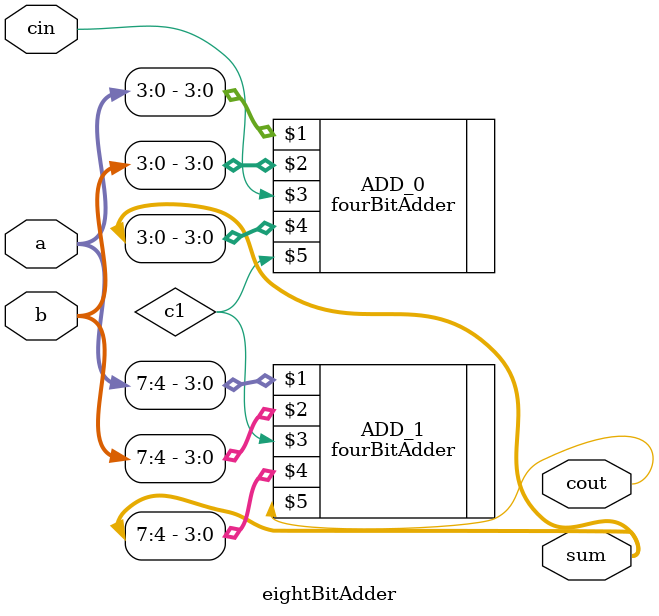
<source format=v>
`include "fourBitAdder.v"

module eightBitAdder (a, b, cin, sum, cout);

input [7:0] a, b;
input cin;

output [7:0] sum;
output cout;

wire c1;

fourBitAdder ADD_0 (a[3:0], b[3:0], cin, sum[3:0], c1);
fourBitAdder ADD_1 (a[7:4], b[7:4], c1, sum[7:4], cout);

endmodule


</source>
